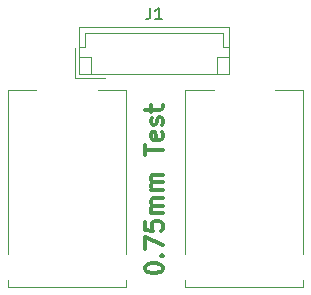
<source format=gbr>
%TF.GenerationSoftware,KiCad,Pcbnew,8.0.2*%
%TF.CreationDate,2024-08-21T00:08:55-07:00*%
%TF.ProjectId,socket_test,736f636b-6574-45f7-9465-73742e6b6963,rev?*%
%TF.SameCoordinates,Original*%
%TF.FileFunction,Legend,Top*%
%TF.FilePolarity,Positive*%
%FSLAX46Y46*%
G04 Gerber Fmt 4.6, Leading zero omitted, Abs format (unit mm)*
G04 Created by KiCad (PCBNEW 8.0.2) date 2024-08-21 00:08:55*
%MOMM*%
%LPD*%
G01*
G04 APERTURE LIST*
%ADD10C,0.300000*%
%ADD11C,0.150000*%
%ADD12C,0.100000*%
%ADD13C,0.120000*%
G04 APERTURE END LIST*
D10*
X249024228Y-148105374D02*
X249024228Y-147962517D01*
X249024228Y-147962517D02*
X249095657Y-147819660D01*
X249095657Y-147819660D02*
X249167085Y-147748232D01*
X249167085Y-147748232D02*
X249309942Y-147676803D01*
X249309942Y-147676803D02*
X249595657Y-147605374D01*
X249595657Y-147605374D02*
X249952800Y-147605374D01*
X249952800Y-147605374D02*
X250238514Y-147676803D01*
X250238514Y-147676803D02*
X250381371Y-147748232D01*
X250381371Y-147748232D02*
X250452800Y-147819660D01*
X250452800Y-147819660D02*
X250524228Y-147962517D01*
X250524228Y-147962517D02*
X250524228Y-148105374D01*
X250524228Y-148105374D02*
X250452800Y-148248232D01*
X250452800Y-148248232D02*
X250381371Y-148319660D01*
X250381371Y-148319660D02*
X250238514Y-148391089D01*
X250238514Y-148391089D02*
X249952800Y-148462517D01*
X249952800Y-148462517D02*
X249595657Y-148462517D01*
X249595657Y-148462517D02*
X249309942Y-148391089D01*
X249309942Y-148391089D02*
X249167085Y-148319660D01*
X249167085Y-148319660D02*
X249095657Y-148248232D01*
X249095657Y-148248232D02*
X249024228Y-148105374D01*
X250381371Y-146962518D02*
X250452800Y-146891089D01*
X250452800Y-146891089D02*
X250524228Y-146962518D01*
X250524228Y-146962518D02*
X250452800Y-147033946D01*
X250452800Y-147033946D02*
X250381371Y-146962518D01*
X250381371Y-146962518D02*
X250524228Y-146962518D01*
X249024228Y-146391089D02*
X249024228Y-145391089D01*
X249024228Y-145391089D02*
X250524228Y-146033946D01*
X249024228Y-144105375D02*
X249024228Y-144819661D01*
X249024228Y-144819661D02*
X249738514Y-144891089D01*
X249738514Y-144891089D02*
X249667085Y-144819661D01*
X249667085Y-144819661D02*
X249595657Y-144676804D01*
X249595657Y-144676804D02*
X249595657Y-144319661D01*
X249595657Y-144319661D02*
X249667085Y-144176804D01*
X249667085Y-144176804D02*
X249738514Y-144105375D01*
X249738514Y-144105375D02*
X249881371Y-144033946D01*
X249881371Y-144033946D02*
X250238514Y-144033946D01*
X250238514Y-144033946D02*
X250381371Y-144105375D01*
X250381371Y-144105375D02*
X250452800Y-144176804D01*
X250452800Y-144176804D02*
X250524228Y-144319661D01*
X250524228Y-144319661D02*
X250524228Y-144676804D01*
X250524228Y-144676804D02*
X250452800Y-144819661D01*
X250452800Y-144819661D02*
X250381371Y-144891089D01*
X250524228Y-143391090D02*
X249524228Y-143391090D01*
X249667085Y-143391090D02*
X249595657Y-143319661D01*
X249595657Y-143319661D02*
X249524228Y-143176804D01*
X249524228Y-143176804D02*
X249524228Y-142962518D01*
X249524228Y-142962518D02*
X249595657Y-142819661D01*
X249595657Y-142819661D02*
X249738514Y-142748233D01*
X249738514Y-142748233D02*
X250524228Y-142748233D01*
X249738514Y-142748233D02*
X249595657Y-142676804D01*
X249595657Y-142676804D02*
X249524228Y-142533947D01*
X249524228Y-142533947D02*
X249524228Y-142319661D01*
X249524228Y-142319661D02*
X249595657Y-142176804D01*
X249595657Y-142176804D02*
X249738514Y-142105375D01*
X249738514Y-142105375D02*
X250524228Y-142105375D01*
X250524228Y-141391090D02*
X249524228Y-141391090D01*
X249667085Y-141391090D02*
X249595657Y-141319661D01*
X249595657Y-141319661D02*
X249524228Y-141176804D01*
X249524228Y-141176804D02*
X249524228Y-140962518D01*
X249524228Y-140962518D02*
X249595657Y-140819661D01*
X249595657Y-140819661D02*
X249738514Y-140748233D01*
X249738514Y-140748233D02*
X250524228Y-140748233D01*
X249738514Y-140748233D02*
X249595657Y-140676804D01*
X249595657Y-140676804D02*
X249524228Y-140533947D01*
X249524228Y-140533947D02*
X249524228Y-140319661D01*
X249524228Y-140319661D02*
X249595657Y-140176804D01*
X249595657Y-140176804D02*
X249738514Y-140105375D01*
X249738514Y-140105375D02*
X250524228Y-140105375D01*
X249024228Y-138462518D02*
X249024228Y-137605376D01*
X250524228Y-138033947D02*
X249024228Y-138033947D01*
X250452800Y-136533947D02*
X250524228Y-136676804D01*
X250524228Y-136676804D02*
X250524228Y-136962519D01*
X250524228Y-136962519D02*
X250452800Y-137105376D01*
X250452800Y-137105376D02*
X250309942Y-137176804D01*
X250309942Y-137176804D02*
X249738514Y-137176804D01*
X249738514Y-137176804D02*
X249595657Y-137105376D01*
X249595657Y-137105376D02*
X249524228Y-136962519D01*
X249524228Y-136962519D02*
X249524228Y-136676804D01*
X249524228Y-136676804D02*
X249595657Y-136533947D01*
X249595657Y-136533947D02*
X249738514Y-136462519D01*
X249738514Y-136462519D02*
X249881371Y-136462519D01*
X249881371Y-136462519D02*
X250024228Y-137176804D01*
X250452800Y-135891090D02*
X250524228Y-135748233D01*
X250524228Y-135748233D02*
X250524228Y-135462519D01*
X250524228Y-135462519D02*
X250452800Y-135319662D01*
X250452800Y-135319662D02*
X250309942Y-135248233D01*
X250309942Y-135248233D02*
X250238514Y-135248233D01*
X250238514Y-135248233D02*
X250095657Y-135319662D01*
X250095657Y-135319662D02*
X250024228Y-135462519D01*
X250024228Y-135462519D02*
X250024228Y-135676805D01*
X250024228Y-135676805D02*
X249952800Y-135819662D01*
X249952800Y-135819662D02*
X249809942Y-135891090D01*
X249809942Y-135891090D02*
X249738514Y-135891090D01*
X249738514Y-135891090D02*
X249595657Y-135819662D01*
X249595657Y-135819662D02*
X249524228Y-135676805D01*
X249524228Y-135676805D02*
X249524228Y-135462519D01*
X249524228Y-135462519D02*
X249595657Y-135319662D01*
X249524228Y-134819661D02*
X249524228Y-134248233D01*
X249024228Y-134605376D02*
X250309942Y-134605376D01*
X250309942Y-134605376D02*
X250452800Y-134533947D01*
X250452800Y-134533947D02*
X250524228Y-134391090D01*
X250524228Y-134391090D02*
X250524228Y-134248233D01*
D11*
X249466466Y-125966219D02*
X249466466Y-126680504D01*
X249466466Y-126680504D02*
X249418847Y-126823361D01*
X249418847Y-126823361D02*
X249323609Y-126918600D01*
X249323609Y-126918600D02*
X249180752Y-126966219D01*
X249180752Y-126966219D02*
X249085514Y-126966219D01*
X250466466Y-126966219D02*
X249895038Y-126966219D01*
X250180752Y-126966219D02*
X250180752Y-125966219D01*
X250180752Y-125966219D02*
X250085514Y-126109076D01*
X250085514Y-126109076D02*
X249990276Y-126204314D01*
X249990276Y-126204314D02*
X249895038Y-126251933D01*
D12*
%TO.C,RV1*%
X237436400Y-132904200D02*
X237436400Y-146844200D01*
X237436400Y-132904200D02*
X239846400Y-132904200D01*
X237436400Y-149654200D02*
X237436400Y-149029200D01*
X237436400Y-149654200D02*
X247436400Y-149654200D01*
X245026400Y-132904200D02*
X247436400Y-132904200D01*
X247436400Y-132904200D02*
X247436400Y-146844200D01*
X247436400Y-149654200D02*
X247436400Y-149024200D01*
%TO.C,RV2*%
X252436400Y-132904200D02*
X252436400Y-146844200D01*
X252436400Y-132904200D02*
X254846400Y-132904200D01*
X252436400Y-149654200D02*
X252436400Y-149029200D01*
X252436400Y-149654200D02*
X262436400Y-149654200D01*
X260026400Y-132904200D02*
X262436400Y-132904200D01*
X262436400Y-132904200D02*
X262436400Y-146844200D01*
X262436400Y-149654200D02*
X262436400Y-149024200D01*
D13*
%TO.C,J1*%
X243139800Y-129421400D02*
X243139800Y-131921400D01*
X243139800Y-131921400D02*
X245639800Y-131921400D01*
X243439800Y-127601400D02*
X243439800Y-131621400D01*
X243439800Y-129311400D02*
X243939800Y-129311400D01*
X243439800Y-130121400D02*
X244439800Y-130121400D01*
X243439800Y-131621400D02*
X256159800Y-131621400D01*
X243939800Y-128101400D02*
X255659800Y-128101400D01*
X243939800Y-129311400D02*
X243939800Y-128101400D01*
X244439800Y-130121400D02*
X244439800Y-131621400D01*
X255159800Y-130121400D02*
X255159800Y-131621400D01*
X255659800Y-128101400D02*
X255659800Y-129311400D01*
X255659800Y-129311400D02*
X256159800Y-129311400D01*
X256159800Y-127601400D02*
X243439800Y-127601400D01*
X256159800Y-130121400D02*
X255159800Y-130121400D01*
X256159800Y-131621400D02*
X256159800Y-127601400D01*
%TD*%
M02*

</source>
